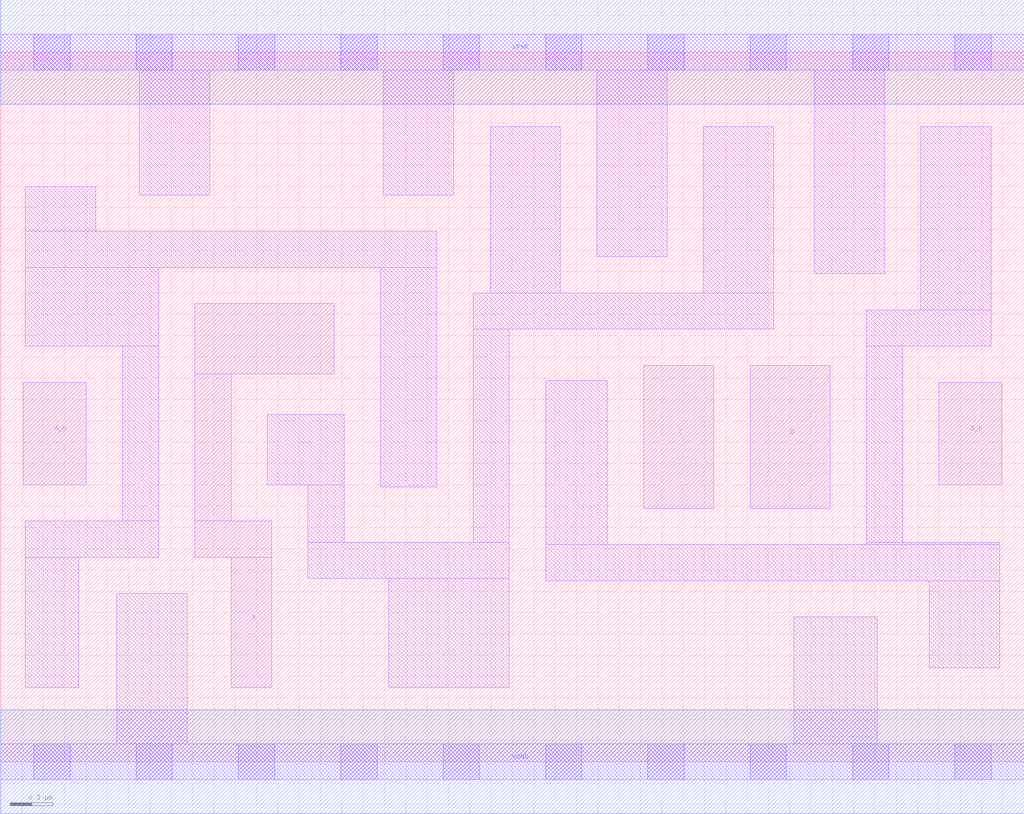
<source format=lef>
# Copyright 2020 The SkyWater PDK Authors
#
# Licensed under the Apache License, Version 2.0 (the "License");
# you may not use this file except in compliance with the License.
# You may obtain a copy of the License at
#
#     https://www.apache.org/licenses/LICENSE-2.0
#
# Unless required by applicable law or agreed to in writing, software
# distributed under the License is distributed on an "AS IS" BASIS,
# WITHOUT WARRANTIES OR CONDITIONS OF ANY KIND, either express or implied.
# See the License for the specific language governing permissions and
# limitations under the License.
#
# SPDX-License-Identifier: Apache-2.0

VERSION 5.7 ;
  NAMESCASESENSITIVE ON ;
  NOWIREEXTENSIONATPIN ON ;
  DIVIDERCHAR "/" ;
  BUSBITCHARS "[]" ;
UNITS
  DATABASE MICRONS 200 ;
END UNITS
MACRO sky130_fd_sc_ls__and4bb_1
  CLASS CORE ;
  SOURCE USER ;
  FOREIGN sky130_fd_sc_ls__and4bb_1 ;
  ORIGIN  0.000000  0.000000 ;
  SIZE  4.800000 BY  3.330000 ;
  SYMMETRY X Y ;
  SITE unit ;
  PIN A_N
    ANTENNAGATEAREA  0.208500 ;
    DIRECTION INPUT ;
    USE SIGNAL ;
    PORT
      LAYER li1 ;
        RECT 0.105000 1.300000 0.400000 1.780000 ;
    END
  END A_N
  PIN B_N
    ANTENNAGATEAREA  0.208500 ;
    DIRECTION INPUT ;
    USE SIGNAL ;
    PORT
      LAYER li1 ;
        RECT 4.400000 1.300000 4.695000 1.780000 ;
    END
  END B_N
  PIN C
    ANTENNAGATEAREA  0.222000 ;
    DIRECTION INPUT ;
    USE SIGNAL ;
    PORT
      LAYER li1 ;
        RECT 3.015000 1.190000 3.345000 1.860000 ;
    END
  END C
  PIN D
    ANTENNAGATEAREA  0.222000 ;
    DIRECTION INPUT ;
    USE SIGNAL ;
    PORT
      LAYER li1 ;
        RECT 3.515000 1.190000 3.890000 1.860000 ;
    END
  END D
  PIN X
    ANTENNADIFFAREA  0.692500 ;
    DIRECTION OUTPUT ;
    USE SIGNAL ;
    PORT
      LAYER li1 ;
        RECT 0.910000 0.960000 1.270000 1.130000 ;
        RECT 0.910000 1.130000 1.080000 1.820000 ;
        RECT 0.910000 1.820000 1.565000 2.150000 ;
        RECT 1.080000 0.350000 1.270000 0.960000 ;
    END
  END X
  PIN VGND
    DIRECTION INOUT ;
    SHAPE ABUTMENT ;
    USE GROUND ;
    PORT
      LAYER met1 ;
        RECT 0.000000 -0.245000 4.800000 0.245000 ;
    END
  END VGND
  PIN VPWR
    DIRECTION INOUT ;
    SHAPE ABUTMENT ;
    USE POWER ;
    PORT
      LAYER met1 ;
        RECT 0.000000 3.085000 4.800000 3.575000 ;
    END
  END VPWR
  OBS
    LAYER li1 ;
      RECT 0.000000 -0.085000 4.800000 0.085000 ;
      RECT 0.000000  3.245000 4.800000 3.415000 ;
      RECT 0.115000  0.350000 0.365000 0.960000 ;
      RECT 0.115000  0.960000 0.740000 1.130000 ;
      RECT 0.115000  1.950000 0.740000 2.320000 ;
      RECT 0.115000  2.320000 2.045000 2.490000 ;
      RECT 0.115000  2.490000 0.445000 2.700000 ;
      RECT 0.545000  0.085000 0.875000 0.790000 ;
      RECT 0.570000  1.130000 0.740000 1.950000 ;
      RECT 0.650000  2.660000 0.980000 3.245000 ;
      RECT 1.250000  1.300000 1.610000 1.630000 ;
      RECT 1.440000  0.860000 2.385000 1.030000 ;
      RECT 1.440000  1.030000 1.610000 1.300000 ;
      RECT 1.780000  1.290000 2.045000 2.320000 ;
      RECT 1.795000  2.660000 2.125000 3.245000 ;
      RECT 1.820000  0.350000 2.385000 0.860000 ;
      RECT 2.215000  1.030000 2.385000 2.030000 ;
      RECT 2.215000  2.030000 3.625000 2.200000 ;
      RECT 2.295000  2.200000 2.625000 2.980000 ;
      RECT 2.555000  0.850000 4.685000 1.020000 ;
      RECT 2.555000  1.020000 2.845000 1.790000 ;
      RECT 2.795000  2.370000 3.125000 3.245000 ;
      RECT 3.295000  2.200000 3.625000 2.980000 ;
      RECT 3.720000  0.085000 4.110000 0.680000 ;
      RECT 3.815000  2.290000 4.145000 3.245000 ;
      RECT 4.060000  1.020000 4.685000 1.030000 ;
      RECT 4.060000  1.030000 4.230000 1.950000 ;
      RECT 4.060000  1.950000 4.645000 2.120000 ;
      RECT 4.315000  2.120000 4.645000 2.980000 ;
      RECT 4.355000  0.440000 4.685000 0.850000 ;
    LAYER mcon ;
      RECT 0.155000 -0.085000 0.325000 0.085000 ;
      RECT 0.155000  3.245000 0.325000 3.415000 ;
      RECT 0.635000 -0.085000 0.805000 0.085000 ;
      RECT 0.635000  3.245000 0.805000 3.415000 ;
      RECT 1.115000 -0.085000 1.285000 0.085000 ;
      RECT 1.115000  3.245000 1.285000 3.415000 ;
      RECT 1.595000 -0.085000 1.765000 0.085000 ;
      RECT 1.595000  3.245000 1.765000 3.415000 ;
      RECT 2.075000 -0.085000 2.245000 0.085000 ;
      RECT 2.075000  3.245000 2.245000 3.415000 ;
      RECT 2.555000 -0.085000 2.725000 0.085000 ;
      RECT 2.555000  3.245000 2.725000 3.415000 ;
      RECT 3.035000 -0.085000 3.205000 0.085000 ;
      RECT 3.035000  3.245000 3.205000 3.415000 ;
      RECT 3.515000 -0.085000 3.685000 0.085000 ;
      RECT 3.515000  3.245000 3.685000 3.415000 ;
      RECT 3.995000 -0.085000 4.165000 0.085000 ;
      RECT 3.995000  3.245000 4.165000 3.415000 ;
      RECT 4.475000 -0.085000 4.645000 0.085000 ;
      RECT 4.475000  3.245000 4.645000 3.415000 ;
  END
END sky130_fd_sc_ls__and4bb_1
END LIBRARY

</source>
